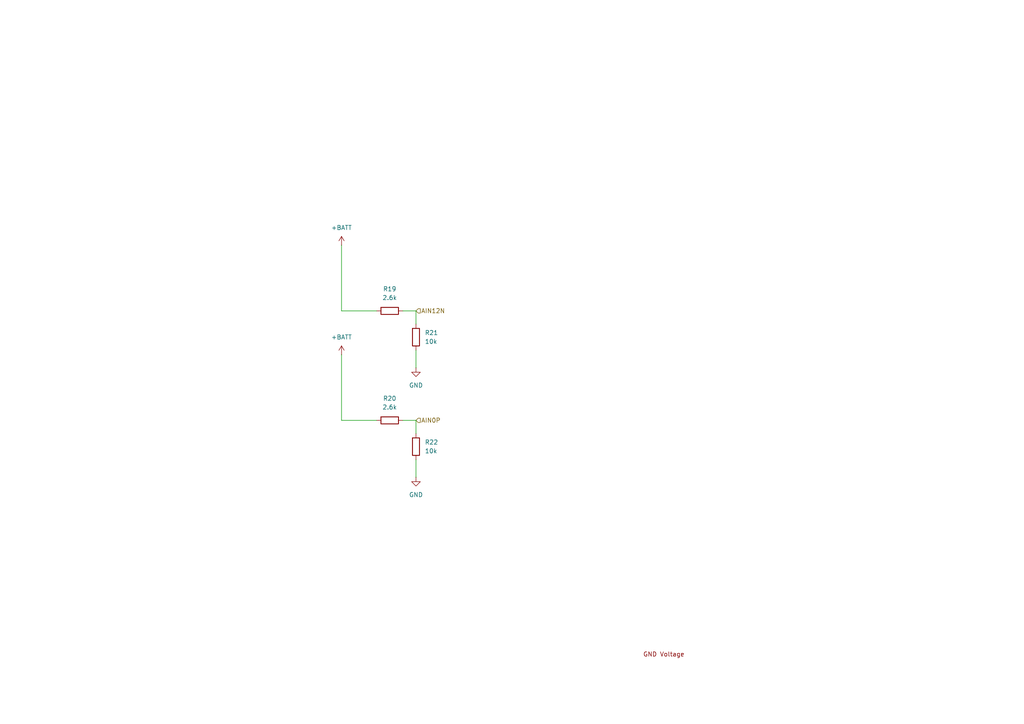
<source format=kicad_sch>
(kicad_sch (version 20231120) (generator "eeschema") (generator_version "8.0")
  (paper "A4")
  (lib_symbols
    (symbol "Device:R" (pin_numbers hide) (pin_names (offset 0))
      (property "Reference" "R" (at 2.032 0 90))
      (property "Value" "R" (at 0 0 90))
      (symbol "R_0_1"
        (rectangle (start -1.016 -2.54) (end 1.016 2.54) (stroke (width 0.254)))
      )
      (symbol "R_1_1"
        (pin passive line (at 0 3.81 270) (length 1.27) (name "~") (number "1"))
        (pin passive line (at 0 -3.81 90) (length 1.27) (name "~") (number "2"))
      )
    )
    (symbol "power:+BATT" (power) (pin_numbers hide) (pin_names (offset 0) hide)
      (property "Value" "+BATT" (at 0 3.556 0))
      (symbol "+BATT_0_1"
        (polyline (pts (xy -0.762 1.27) (xy 0 2.54)))
        (polyline (pts (xy 0 0) (xy 0 2.54)))
        (polyline (pts (xy 0 2.54) (xy 0.762 1.27)))
      )
      (symbol "+BATT_1_1"
        (pin power_in line (at 0 0 90) (length 0) (name "~") (number "1"))
      )
    )
    (symbol "power:GND" (power) (pin_numbers hide) (pin_names (offset 0) hide)
      (property "Value" "GND" (at 0 -3.81 0))
      (symbol "GND_0_1"
        (polyline (pts (xy 0 0) (xy 0 -1.27) (xy 1.27 -1.27) (xy 0 -2.54) (xy -1.27 -1.27) (xy 0 -1.27)))
      )
      (symbol "GND_1_1"
        (pin power_in line (at 0 0 270) (length 0) (name "~") (number "1"))
      )
    )
  )
  (wire (pts (xy 120.65 101.6) (xy 120.65 106.68)))
  (wire (pts (xy 99.06 71.12) (xy 99.06 90.17)))
  (wire (pts (xy 116.84 121.92) (xy 120.65 121.92)))
  (wire (pts (xy 120.65 90.17) (xy 120.65 93.98)))
  (wire (pts (xy 99.06 121.92) (xy 109.22 121.92)))
  (wire (pts (xy 116.84 90.17) (xy 120.65 90.17)))
  (wire (pts (xy 120.65 121.92) (xy 120.65 125.73)))
  (wire (pts (xy 99.06 90.17) (xy 109.22 90.17)))
  (wire (pts (xy 99.06 102.87) (xy 99.06 121.92)))
  (wire (pts (xy 120.65 133.35) (xy 120.65 138.43)))
  (text "GND Voltage" (at 192.532 189.992 0) (effects (font (size 1.27 1.27))))
  (hierarchical_label "AIN12N" (shape input) (at 120.65 90.17 0))
  (hierarchical_label "AIN0P" (shape input) (at 120.65 121.92 0))
  (symbol (lib_id "power:GND") (at 120.65 138.43 0) (unit 1)
    (property "Reference" "#PWR039" (effects (hide yes)))
    (property "Value" "GND" (at 120.65 143.51 0))
    (property "Description" "Power symbol creates a global label with name \"GND\" , ground" (effects (hide yes)))
  )
  (symbol (lib_id "Device:R") (at 120.65 97.79 0) (unit 1)
    (property "Reference" "R21" (at 123.19 96.5199 0) (effects (justify left)))
    (property "Value" "10k" (at 123.19 99.0599 0) (effects (justify left)))
    (property "Description" "Resistor" (effects (hide yes)))
  )
  (symbol (lib_id "Device:R") (at 113.03 121.92 270) (unit 1)
    (property "Reference" "R20" (at 113.03 115.57 90))
    (property "Value" "2.6k" (at 113.03 118.11 90))
    (property "Description" "Resistor" (effects (hide yes)))
  )
  (symbol (lib_id "power:+BATT") (at 99.06 102.87 0) (unit 1)
    (property "Reference" "#PWR037" (effects (hide yes)))
    (property "Value" "+BATT" (at 99.06 97.79 0))
    (property "Description" "Power symbol creates a global label with name \"+BATT\"" (effects (hide yes)))
  )
  (symbol (lib_id "Device:R") (at 120.65 129.54 0) (unit 1)
    (property "Reference" "R22" (at 123.19 128.2699 0) (effects (justify left)))
    (property "Value" "10k" (at 123.19 130.8099 0) (effects (justify left)))
    (property "Description" "Resistor" (effects (hide yes)))
  )
  (symbol (lib_id "power:+BATT") (at 99.06 71.12 0) (unit 1)
    (property "Reference" "#PWR036" (effects (hide yes)))
    (property "Value" "+BATT" (at 99.06 66.04 0))
    (property "Description" "Power symbol creates a global label with name \"+BATT\"" (effects (hide yes)))
  )
  (symbol (lib_id "power:GND") (at 120.65 106.68 0) (unit 1)
    (property "Reference" "#PWR038" (effects (hide yes)))
    (property "Value" "GND" (at 120.65 111.76 0))
    (property "Description" "Power symbol creates a global label with name \"GND\" , ground" (effects (hide yes)))
  )
  (symbol (lib_id "Device:R") (at 113.03 90.17 270) (unit 1)
    (property "Reference" "R19" (at 113.03 83.82 90))
    (property "Value" "2.6k" (at 113.03 86.36 90))
    (property "Description" "Resistor" (effects (hide yes)))
  )
)
</source>
